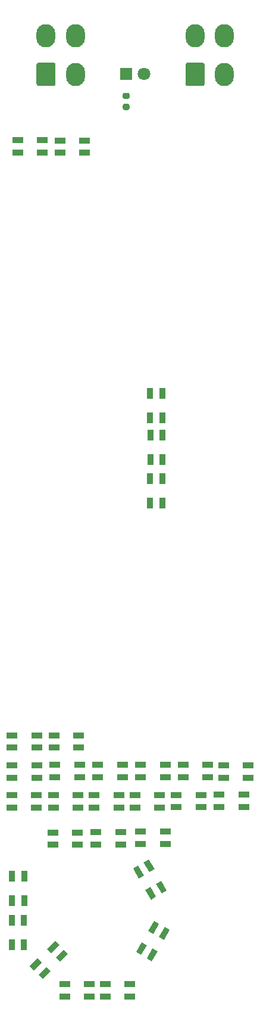
<source format=gbr>
G04 #@! TF.GenerationSoftware,KiCad,Pcbnew,(5.1.6)-1*
G04 #@! TF.CreationDate,2021-02-10T22:46:46+11:00*
G04 #@! TF.ProjectId,DEFOG Panel PCB V2,4445464f-4720-4506-916e-656c20504342,rev?*
G04 #@! TF.SameCoordinates,Original*
G04 #@! TF.FileFunction,Soldermask,Top*
G04 #@! TF.FilePolarity,Negative*
%FSLAX46Y46*%
G04 Gerber Fmt 4.6, Leading zero omitted, Abs format (unit mm)*
G04 Created by KiCad (PCBNEW (5.1.6)-1) date 2021-02-10 22:46:46*
%MOMM*%
%LPD*%
G01*
G04 APERTURE LIST*
%ADD10R,1.600000X0.850000*%
%ADD11C,0.100000*%
%ADD12R,0.850000X1.600000*%
%ADD13O,2.700000X3.300000*%
%ADD14C,1.800000*%
%ADD15R,1.800000X1.800000*%
G04 APERTURE END LIST*
D10*
G04 #@! TO.C,D1*
X126800000Y-59920000D03*
X126800000Y-58170000D03*
X123300000Y-59920000D03*
X123300000Y-58170000D03*
G04 #@! TD*
D11*
G04 #@! TO.C,D29*
G36*
X142747833Y-161729276D02*
G01*
X142011711Y-162154276D01*
X141211711Y-160768636D01*
X141947833Y-160343636D01*
X142747833Y-161729276D01*
G37*
G36*
X141232289Y-162604276D02*
G01*
X140496167Y-163029276D01*
X139696167Y-161643636D01*
X140432289Y-161218636D01*
X141232289Y-162604276D01*
G37*
G36*
X144497833Y-164760364D02*
G01*
X143761711Y-165185364D01*
X142961711Y-163799724D01*
X143697833Y-163374724D01*
X144497833Y-164760364D01*
G37*
G36*
X142982289Y-165635364D02*
G01*
X142246167Y-166060364D01*
X141446167Y-164674724D01*
X142182289Y-164249724D01*
X142982289Y-165635364D01*
G37*
G04 #@! TD*
G04 #@! TO.C,D28*
G36*
X144130833Y-171762276D02*
G01*
X143394711Y-171337276D01*
X144194711Y-169951636D01*
X144930833Y-170376636D01*
X144130833Y-171762276D01*
G37*
G36*
X142615289Y-170887276D02*
G01*
X141879167Y-170462276D01*
X142679167Y-169076636D01*
X143415289Y-169501636D01*
X142615289Y-170887276D01*
G37*
G36*
X142380833Y-174793364D02*
G01*
X141644711Y-174368364D01*
X142444711Y-172982724D01*
X143180833Y-173407724D01*
X142380833Y-174793364D01*
G37*
G36*
X140865289Y-173918364D02*
G01*
X140129167Y-173493364D01*
X140929167Y-172107724D01*
X141665289Y-172532724D01*
X140865289Y-173918364D01*
G37*
G04 #@! TD*
D10*
G04 #@! TO.C,D27*
X139247000Y-179822000D03*
X139247000Y-178072000D03*
X135747000Y-179822000D03*
X135747000Y-178072000D03*
G04 #@! TD*
G04 #@! TO.C,D26*
X133480000Y-179810000D03*
X133480000Y-178060000D03*
X129980000Y-179810000D03*
X129980000Y-178060000D03*
G04 #@! TD*
D11*
G04 #@! TO.C,D25*
G36*
X129314990Y-174846488D02*
G01*
X128713949Y-174245447D01*
X129845320Y-173114076D01*
X130446361Y-173715117D01*
X129314990Y-174846488D01*
G37*
G36*
X128077553Y-173609051D02*
G01*
X127476512Y-173008010D01*
X128607883Y-171876639D01*
X129208924Y-172477680D01*
X128077553Y-173609051D01*
G37*
G36*
X126840117Y-177321361D02*
G01*
X126239076Y-176720320D01*
X127370447Y-175588949D01*
X127971488Y-176189990D01*
X126840117Y-177321361D01*
G37*
G36*
X125602680Y-176083924D02*
G01*
X125001639Y-175482883D01*
X126133010Y-174351512D01*
X126734051Y-174952553D01*
X125602680Y-176083924D01*
G37*
G04 #@! TD*
D12*
G04 #@! TO.C,D24*
X122440000Y-172440000D03*
X124190000Y-172440000D03*
X122440000Y-168940000D03*
X124190000Y-168940000D03*
G04 #@! TD*
G04 #@! TO.C,D23*
X122460000Y-166180000D03*
X124210000Y-166180000D03*
X122460000Y-162680000D03*
X124210000Y-162680000D03*
G04 #@! TD*
D10*
G04 #@! TO.C,D22*
X144272000Y-158101000D03*
X144272000Y-156351000D03*
X140772000Y-158101000D03*
X140772000Y-156351000D03*
G04 #@! TD*
G04 #@! TO.C,D21*
X137922000Y-158214000D03*
X137922000Y-156464000D03*
X134422000Y-158214000D03*
X134422000Y-156464000D03*
G04 #@! TD*
G04 #@! TO.C,D20*
X131770000Y-158242000D03*
X131770000Y-156492000D03*
X128270000Y-158242000D03*
X128270000Y-156492000D03*
G04 #@! TD*
G04 #@! TO.C,D19*
X155448000Y-152880000D03*
X155448000Y-151130000D03*
X151948000Y-152880000D03*
X151948000Y-151130000D03*
G04 #@! TD*
G04 #@! TO.C,D18*
X149352000Y-152908000D03*
X149352000Y-151158000D03*
X145852000Y-152908000D03*
X145852000Y-151158000D03*
G04 #@! TD*
G04 #@! TO.C,D17*
X143450000Y-152960000D03*
X143450000Y-151210000D03*
X139950000Y-152960000D03*
X139950000Y-151210000D03*
G04 #@! TD*
G04 #@! TO.C,D16*
X137660000Y-152980000D03*
X137660000Y-151230000D03*
X134160000Y-152980000D03*
X134160000Y-151230000D03*
G04 #@! TD*
G04 #@! TO.C,D15*
X131850000Y-152980000D03*
X131850000Y-151230000D03*
X128350000Y-152980000D03*
X128350000Y-151230000D03*
G04 #@! TD*
G04 #@! TO.C,D14*
X125950000Y-152990000D03*
X125950000Y-151240000D03*
X122450000Y-152990000D03*
X122450000Y-151240000D03*
G04 #@! TD*
G04 #@! TO.C,D13*
X156090000Y-148710000D03*
X156090000Y-146960000D03*
X152590000Y-148710000D03*
X152590000Y-146960000D03*
G04 #@! TD*
G04 #@! TO.C,D12*
X150358000Y-148660000D03*
X150358000Y-146910000D03*
X146858000Y-148660000D03*
X146858000Y-146910000D03*
G04 #@! TD*
G04 #@! TO.C,D11*
X144266000Y-148670000D03*
X144266000Y-146920000D03*
X140766000Y-148670000D03*
X140766000Y-146920000D03*
G04 #@! TD*
G04 #@! TO.C,D10*
X138174000Y-148670000D03*
X138174000Y-146920000D03*
X134674000Y-148670000D03*
X134674000Y-146920000D03*
G04 #@! TD*
G04 #@! TO.C,D9*
X132082000Y-148670000D03*
X132082000Y-146920000D03*
X128582000Y-148670000D03*
X128582000Y-146920000D03*
G04 #@! TD*
G04 #@! TO.C,D8*
X125990000Y-148730000D03*
X125990000Y-146980000D03*
X122490000Y-148730000D03*
X122490000Y-146980000D03*
G04 #@! TD*
G04 #@! TO.C,D7*
X131960000Y-144465000D03*
X131960000Y-142715000D03*
X128460000Y-144465000D03*
X128460000Y-142715000D03*
G04 #@! TD*
G04 #@! TO.C,D6*
X125980000Y-144460000D03*
X125980000Y-142710000D03*
X122480000Y-144460000D03*
X122480000Y-142710000D03*
G04 #@! TD*
D12*
G04 #@! TO.C,D5*
X142140000Y-109750000D03*
X143890000Y-109750000D03*
X142140000Y-106250000D03*
X143890000Y-106250000D03*
G04 #@! TD*
G04 #@! TO.C,D4*
X142160000Y-103530000D03*
X143910000Y-103530000D03*
X142160000Y-100030000D03*
X143910000Y-100030000D03*
G04 #@! TD*
G04 #@! TO.C,D3*
X142130000Y-97640000D03*
X143880000Y-97640000D03*
X142130000Y-94140000D03*
X143880000Y-94140000D03*
G04 #@! TD*
D10*
G04 #@! TO.C,D2*
X132830000Y-59955000D03*
X132830000Y-58205000D03*
X129330000Y-59955000D03*
X129330000Y-58205000D03*
G04 #@! TD*
G04 #@! TO.C,R1*
G36*
G01*
X138463750Y-53010000D02*
X138976250Y-53010000D01*
G75*
G02*
X139195000Y-53228750I0J-218750D01*
G01*
X139195000Y-53666250D01*
G75*
G02*
X138976250Y-53885000I-218750J0D01*
G01*
X138463750Y-53885000D01*
G75*
G02*
X138245000Y-53666250I0J218750D01*
G01*
X138245000Y-53228750D01*
G75*
G02*
X138463750Y-53010000I218750J0D01*
G01*
G37*
G36*
G01*
X138463750Y-51435000D02*
X138976250Y-51435000D01*
G75*
G02*
X139195000Y-51653750I0J-218750D01*
G01*
X139195000Y-52091250D01*
G75*
G02*
X138976250Y-52310000I-218750J0D01*
G01*
X138463750Y-52310000D01*
G75*
G02*
X138245000Y-52091250I0J218750D01*
G01*
X138245000Y-51653750D01*
G75*
G02*
X138463750Y-51435000I218750J0D01*
G01*
G37*
G04 #@! TD*
D13*
G04 #@! TO.C,J2*
X131520000Y-43320000D03*
X127320000Y-43320000D03*
X131520000Y-48820000D03*
G36*
G01*
X125970000Y-50219999D02*
X125970000Y-47420001D01*
G75*
G02*
X126220001Y-47170000I250001J0D01*
G01*
X128419999Y-47170000D01*
G75*
G02*
X128670000Y-47420001I0J-250001D01*
G01*
X128670000Y-50219999D01*
G75*
G02*
X128419999Y-50470000I-250001J0D01*
G01*
X126220001Y-50470000D01*
G75*
G02*
X125970000Y-50219999I0J250001D01*
G01*
G37*
G04 #@! TD*
G04 #@! TO.C,J1*
X152730000Y-43320000D03*
X148530000Y-43320000D03*
X152730000Y-48820000D03*
G36*
G01*
X147180000Y-50219999D02*
X147180000Y-47420001D01*
G75*
G02*
X147430001Y-47170000I250001J0D01*
G01*
X149629999Y-47170000D01*
G75*
G02*
X149880000Y-47420001I0J-250001D01*
G01*
X149880000Y-50219999D01*
G75*
G02*
X149629999Y-50470000I-250001J0D01*
G01*
X147430001Y-50470000D01*
G75*
G02*
X147180000Y-50219999I0J250001D01*
G01*
G37*
G04 #@! TD*
D14*
G04 #@! TO.C,D30*
X141250000Y-48780000D03*
D15*
X138710000Y-48780000D03*
G04 #@! TD*
M02*

</source>
